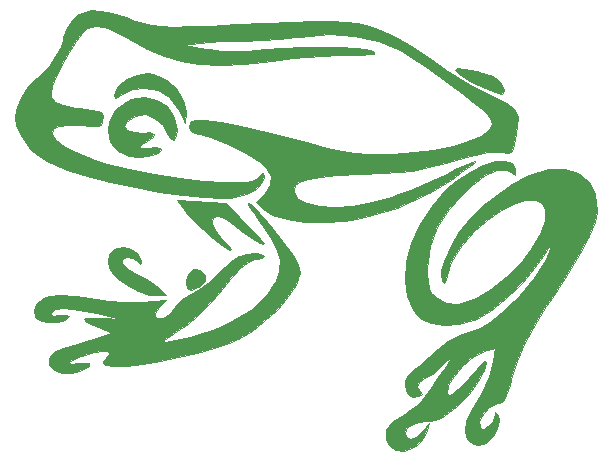
<source format=gbo>
G04 #@! TF.FileFunction,Legend,Bot*
%FSLAX46Y46*%
G04 Gerber Fmt 4.6, Leading zero omitted, Abs format (unit mm)*
G04 Created by KiCad (PCBNEW 4.0.6) date 08/12/17 18:43:04*
%MOMM*%
%LPD*%
G01*
G04 APERTURE LIST*
%ADD10C,0.100000*%
%ADD11C,0.010000*%
%ADD12R,1.600000X2.000000*%
%ADD13O,1.600000X2.000000*%
%ADD14R,1.800000X1.800000*%
%ADD15C,1.800000*%
%ADD16C,1.720000*%
%ADD17C,3.400000*%
%ADD18C,1.700000*%
%ADD19O,1.400000X1.700000*%
G04 APERTURE END LIST*
D10*
D11*
G36*
X83725469Y-34395421D02*
X82709995Y-34714725D01*
X81596276Y-35265751D01*
X80458752Y-36026885D01*
X79624727Y-36731995D01*
X78370094Y-38122655D01*
X77375860Y-39663118D01*
X76656656Y-41278468D01*
X76227113Y-42893786D01*
X76101860Y-44434157D01*
X76295530Y-45824663D01*
X76822753Y-46990388D01*
X77482475Y-47701353D01*
X78327756Y-48094326D01*
X79454654Y-48252393D01*
X80692922Y-48172779D01*
X81872314Y-47852706D01*
X82051000Y-47775879D01*
X83333094Y-47024198D01*
X84697624Y-45945308D01*
X85999512Y-44666207D01*
X87004000Y-43440135D01*
X87764615Y-42390717D01*
X88252681Y-41739843D01*
X88490142Y-41472126D01*
X88498938Y-41572176D01*
X88301012Y-42024607D01*
X87929611Y-42791000D01*
X87048852Y-44276443D01*
X85868925Y-45691005D01*
X85315958Y-46244892D01*
X84209707Y-47265017D01*
X83294638Y-47981324D01*
X82435194Y-48478975D01*
X81495820Y-48843131D01*
X80908000Y-49014141D01*
X79713541Y-49558739D01*
X78869239Y-50247267D01*
X78103555Y-50979768D01*
X77271556Y-51692520D01*
X77027739Y-51882328D01*
X76385564Y-52462804D01*
X76112566Y-53019664D01*
X76082000Y-53350800D01*
X76249860Y-54032747D01*
X76714562Y-54322180D01*
X77281382Y-54234511D01*
X77571495Y-54063512D01*
X77390274Y-53862371D01*
X77344882Y-53833566D01*
X77141824Y-53483946D01*
X77308010Y-53051841D01*
X77759962Y-52685214D01*
X78054525Y-52575776D01*
X78571822Y-52288914D01*
X79103732Y-51775532D01*
X79128422Y-51744500D01*
X79564581Y-51274593D01*
X79908372Y-51049372D01*
X79936748Y-51046000D01*
X79949580Y-51213128D01*
X79681851Y-51636371D01*
X79473813Y-51894503D01*
X78897330Y-52644648D01*
X78287103Y-53548976D01*
X78063236Y-53915770D01*
X77321473Y-54893667D01*
X76323875Y-55617165D01*
X76084934Y-55743513D01*
X75044438Y-56417688D01*
X74506897Y-57129392D01*
X74473929Y-57875650D01*
X74684108Y-58319284D01*
X75270174Y-58805820D01*
X76041139Y-58900783D01*
X76856298Y-58602533D01*
X77190310Y-58348500D01*
X77687267Y-57749483D01*
X77979635Y-57142000D01*
X78140324Y-56507000D01*
X77597977Y-57205500D01*
X77064084Y-57706444D01*
X76553900Y-57896913D01*
X76188566Y-57760969D01*
X76082000Y-57404936D01*
X76312437Y-56873864D01*
X76926577Y-56496453D01*
X77808665Y-56333598D01*
X78114000Y-56335972D01*
X78651914Y-56301991D01*
X79175579Y-56093582D01*
X79816434Y-55640823D01*
X80473586Y-55080686D01*
X81504185Y-54046851D01*
X82303551Y-53000509D01*
X82802825Y-52044449D01*
X82940000Y-51399009D01*
X82821086Y-51299995D01*
X82484502Y-51620560D01*
X82215810Y-51969497D01*
X81561822Y-52766808D01*
X80823468Y-53523280D01*
X80628310Y-53696124D01*
X80086353Y-54118263D01*
X79806101Y-54216573D01*
X79686851Y-54023210D01*
X79681697Y-53998392D01*
X79779764Y-53340812D01*
X80224212Y-52555469D01*
X80912629Y-51752617D01*
X81742609Y-51042510D01*
X82611741Y-50535403D01*
X83031673Y-50391773D01*
X83758346Y-50214786D01*
X83572439Y-51328893D01*
X83209581Y-52603210D01*
X82548067Y-54056295D01*
X81684622Y-55491000D01*
X81257537Y-56385161D01*
X81163267Y-57230039D01*
X81378363Y-57916369D01*
X81879374Y-58334887D01*
X82311525Y-58412000D01*
X82950952Y-58203421D01*
X83524403Y-57679910D01*
X83932717Y-56994802D01*
X84076735Y-56301433D01*
X83954092Y-55872000D01*
X83757622Y-55626619D01*
X83706813Y-55837133D01*
X83705890Y-55896133D01*
X83526547Y-56358466D01*
X83178494Y-56775033D01*
X82769064Y-57077196D01*
X82523252Y-57014090D01*
X82434217Y-56891586D01*
X82379477Y-56374285D01*
X82675025Y-55773130D01*
X83213242Y-55224237D01*
X83886510Y-54863720D01*
X84074587Y-54816864D01*
X84380573Y-54639526D01*
X84661310Y-54172067D01*
X84961749Y-53327865D01*
X85109685Y-52822141D01*
X85595986Y-51317068D01*
X86209894Y-49871269D01*
X87015834Y-48355387D01*
X88078232Y-46640066D01*
X88524357Y-45966000D01*
X89901057Y-43857073D01*
X90961138Y-42104366D01*
X91719546Y-40679221D01*
X92191229Y-39552984D01*
X92391132Y-38696997D01*
X92400242Y-38535048D01*
X92217662Y-37179048D01*
X91662839Y-36122147D01*
X90793009Y-35392130D01*
X89665409Y-35016784D01*
X88337274Y-35023892D01*
X86865842Y-35441241D01*
X86431537Y-35637560D01*
X85181057Y-36339842D01*
X83872289Y-37224672D01*
X82654578Y-38179332D01*
X81677270Y-39091102D01*
X81333633Y-39485212D01*
X80637087Y-40480888D01*
X80001865Y-41582288D01*
X79496659Y-42649930D01*
X79190158Y-43544334D01*
X79130000Y-43959792D01*
X79203201Y-44540816D01*
X79376315Y-44663964D01*
X79579610Y-44350197D01*
X79719772Y-43782510D01*
X79963757Y-43077314D01*
X80449543Y-42188787D01*
X80953456Y-41462080D01*
X81966774Y-40311163D01*
X83071902Y-39328640D01*
X84203840Y-38542263D01*
X85297592Y-37979783D01*
X86288159Y-37668950D01*
X87110544Y-37637515D01*
X87699748Y-37913230D01*
X87980010Y-38462090D01*
X87939307Y-39435548D01*
X87522268Y-40577029D01*
X86794950Y-41804853D01*
X85823414Y-43037345D01*
X84673717Y-44192825D01*
X83411919Y-45189616D01*
X82104078Y-45946041D01*
X81829481Y-46066824D01*
X80600762Y-46423869D01*
X79590391Y-46362546D01*
X78721275Y-45877744D01*
X78699664Y-45859270D01*
X78330669Y-45502830D01*
X78120135Y-45131629D01*
X78027367Y-44597843D01*
X78011670Y-43753649D01*
X78016528Y-43377868D01*
X78223934Y-41592306D01*
X78816425Y-39966772D01*
X79839619Y-38395135D01*
X80479391Y-37648050D01*
X81748313Y-36402064D01*
X82898104Y-35549645D01*
X83897755Y-35105824D01*
X84716261Y-35085629D01*
X85196708Y-35361500D01*
X85423268Y-35506198D01*
X85460647Y-35242825D01*
X85438008Y-35044000D01*
X85163916Y-34538443D01*
X84568256Y-34329456D01*
X83725469Y-34395421D01*
X83725469Y-34395421D01*
G37*
X83725469Y-34395421D02*
X82709995Y-34714725D01*
X81596276Y-35265751D01*
X80458752Y-36026885D01*
X79624727Y-36731995D01*
X78370094Y-38122655D01*
X77375860Y-39663118D01*
X76656656Y-41278468D01*
X76227113Y-42893786D01*
X76101860Y-44434157D01*
X76295530Y-45824663D01*
X76822753Y-46990388D01*
X77482475Y-47701353D01*
X78327756Y-48094326D01*
X79454654Y-48252393D01*
X80692922Y-48172779D01*
X81872314Y-47852706D01*
X82051000Y-47775879D01*
X83333094Y-47024198D01*
X84697624Y-45945308D01*
X85999512Y-44666207D01*
X87004000Y-43440135D01*
X87764615Y-42390717D01*
X88252681Y-41739843D01*
X88490142Y-41472126D01*
X88498938Y-41572176D01*
X88301012Y-42024607D01*
X87929611Y-42791000D01*
X87048852Y-44276443D01*
X85868925Y-45691005D01*
X85315958Y-46244892D01*
X84209707Y-47265017D01*
X83294638Y-47981324D01*
X82435194Y-48478975D01*
X81495820Y-48843131D01*
X80908000Y-49014141D01*
X79713541Y-49558739D01*
X78869239Y-50247267D01*
X78103555Y-50979768D01*
X77271556Y-51692520D01*
X77027739Y-51882328D01*
X76385564Y-52462804D01*
X76112566Y-53019664D01*
X76082000Y-53350800D01*
X76249860Y-54032747D01*
X76714562Y-54322180D01*
X77281382Y-54234511D01*
X77571495Y-54063512D01*
X77390274Y-53862371D01*
X77344882Y-53833566D01*
X77141824Y-53483946D01*
X77308010Y-53051841D01*
X77759962Y-52685214D01*
X78054525Y-52575776D01*
X78571822Y-52288914D01*
X79103732Y-51775532D01*
X79128422Y-51744500D01*
X79564581Y-51274593D01*
X79908372Y-51049372D01*
X79936748Y-51046000D01*
X79949580Y-51213128D01*
X79681851Y-51636371D01*
X79473813Y-51894503D01*
X78897330Y-52644648D01*
X78287103Y-53548976D01*
X78063236Y-53915770D01*
X77321473Y-54893667D01*
X76323875Y-55617165D01*
X76084934Y-55743513D01*
X75044438Y-56417688D01*
X74506897Y-57129392D01*
X74473929Y-57875650D01*
X74684108Y-58319284D01*
X75270174Y-58805820D01*
X76041139Y-58900783D01*
X76856298Y-58602533D01*
X77190310Y-58348500D01*
X77687267Y-57749483D01*
X77979635Y-57142000D01*
X78140324Y-56507000D01*
X77597977Y-57205500D01*
X77064084Y-57706444D01*
X76553900Y-57896913D01*
X76188566Y-57760969D01*
X76082000Y-57404936D01*
X76312437Y-56873864D01*
X76926577Y-56496453D01*
X77808665Y-56333598D01*
X78114000Y-56335972D01*
X78651914Y-56301991D01*
X79175579Y-56093582D01*
X79816434Y-55640823D01*
X80473586Y-55080686D01*
X81504185Y-54046851D01*
X82303551Y-53000509D01*
X82802825Y-52044449D01*
X82940000Y-51399009D01*
X82821086Y-51299995D01*
X82484502Y-51620560D01*
X82215810Y-51969497D01*
X81561822Y-52766808D01*
X80823468Y-53523280D01*
X80628310Y-53696124D01*
X80086353Y-54118263D01*
X79806101Y-54216573D01*
X79686851Y-54023210D01*
X79681697Y-53998392D01*
X79779764Y-53340812D01*
X80224212Y-52555469D01*
X80912629Y-51752617D01*
X81742609Y-51042510D01*
X82611741Y-50535403D01*
X83031673Y-50391773D01*
X83758346Y-50214786D01*
X83572439Y-51328893D01*
X83209581Y-52603210D01*
X82548067Y-54056295D01*
X81684622Y-55491000D01*
X81257537Y-56385161D01*
X81163267Y-57230039D01*
X81378363Y-57916369D01*
X81879374Y-58334887D01*
X82311525Y-58412000D01*
X82950952Y-58203421D01*
X83524403Y-57679910D01*
X83932717Y-56994802D01*
X84076735Y-56301433D01*
X83954092Y-55872000D01*
X83757622Y-55626619D01*
X83706813Y-55837133D01*
X83705890Y-55896133D01*
X83526547Y-56358466D01*
X83178494Y-56775033D01*
X82769064Y-57077196D01*
X82523252Y-57014090D01*
X82434217Y-56891586D01*
X82379477Y-56374285D01*
X82675025Y-55773130D01*
X83213242Y-55224237D01*
X83886510Y-54863720D01*
X84074587Y-54816864D01*
X84380573Y-54639526D01*
X84661310Y-54172067D01*
X84961749Y-53327865D01*
X85109685Y-52822141D01*
X85595986Y-51317068D01*
X86209894Y-49871269D01*
X87015834Y-48355387D01*
X88078232Y-46640066D01*
X88524357Y-45966000D01*
X89901057Y-43857073D01*
X90961138Y-42104366D01*
X91719546Y-40679221D01*
X92191229Y-39552984D01*
X92391132Y-38696997D01*
X92400242Y-38535048D01*
X92217662Y-37179048D01*
X91662839Y-36122147D01*
X90793009Y-35392130D01*
X89665409Y-35016784D01*
X88337274Y-35023892D01*
X86865842Y-35441241D01*
X86431537Y-35637560D01*
X85181057Y-36339842D01*
X83872289Y-37224672D01*
X82654578Y-38179332D01*
X81677270Y-39091102D01*
X81333633Y-39485212D01*
X80637087Y-40480888D01*
X80001865Y-41582288D01*
X79496659Y-42649930D01*
X79190158Y-43544334D01*
X79130000Y-43959792D01*
X79203201Y-44540816D01*
X79376315Y-44663964D01*
X79579610Y-44350197D01*
X79719772Y-43782510D01*
X79963757Y-43077314D01*
X80449543Y-42188787D01*
X80953456Y-41462080D01*
X81966774Y-40311163D01*
X83071902Y-39328640D01*
X84203840Y-38542263D01*
X85297592Y-37979783D01*
X86288159Y-37668950D01*
X87110544Y-37637515D01*
X87699748Y-37913230D01*
X87980010Y-38462090D01*
X87939307Y-39435548D01*
X87522268Y-40577029D01*
X86794950Y-41804853D01*
X85823414Y-43037345D01*
X84673717Y-44192825D01*
X83411919Y-45189616D01*
X82104078Y-45946041D01*
X81829481Y-46066824D01*
X80600762Y-46423869D01*
X79590391Y-46362546D01*
X78721275Y-45877744D01*
X78699664Y-45859270D01*
X78330669Y-45502830D01*
X78120135Y-45131629D01*
X78027367Y-44597843D01*
X78011670Y-43753649D01*
X78016528Y-43377868D01*
X78223934Y-41592306D01*
X78816425Y-39966772D01*
X79839619Y-38395135D01*
X80479391Y-37648050D01*
X81748313Y-36402064D01*
X82898104Y-35549645D01*
X83897755Y-35105824D01*
X84716261Y-35085629D01*
X85196708Y-35361500D01*
X85423268Y-35506198D01*
X85460647Y-35242825D01*
X85438008Y-35044000D01*
X85163916Y-34538443D01*
X84568256Y-34329456D01*
X83725469Y-34395421D01*
G36*
X62935142Y-38210004D02*
X63378483Y-38872003D01*
X63598210Y-39171500D01*
X64579204Y-40582363D01*
X65203381Y-41740720D01*
X65494665Y-42730366D01*
X65476982Y-43635094D01*
X65174259Y-44538700D01*
X65147012Y-44595829D01*
X64316131Y-45815868D01*
X63038971Y-46943914D01*
X61289959Y-48000982D01*
X60576971Y-48350893D01*
X59840069Y-48652385D01*
X58950847Y-48953435D01*
X58006325Y-49230496D01*
X57103523Y-49460022D01*
X56339458Y-49618467D01*
X55811151Y-49682284D01*
X55615621Y-49627927D01*
X55686850Y-49537718D01*
X55987104Y-49324744D01*
X56583688Y-48917352D01*
X57349737Y-48402142D01*
X57380270Y-48381744D01*
X58387688Y-47585692D01*
X59457867Y-46539765D01*
X60269884Y-45596376D01*
X61301568Y-44330792D01*
X62124737Y-43454880D01*
X62791589Y-42922312D01*
X63354321Y-42686764D01*
X63572500Y-42665261D01*
X64018597Y-42568587D01*
X64144000Y-42410000D01*
X63927707Y-42225466D01*
X63398249Y-42163792D01*
X62734759Y-42222512D01*
X62116369Y-42399156D01*
X62031802Y-42439103D01*
X61568193Y-42758013D01*
X60897952Y-43315290D01*
X60207000Y-43951651D01*
X59403049Y-44652362D01*
X58577861Y-45249217D01*
X57990573Y-45574419D01*
X57210841Y-46060860D01*
X56666693Y-46697841D01*
X56659858Y-46710871D01*
X56192169Y-47314136D01*
X55624789Y-47651398D01*
X55106681Y-47649862D01*
X54953256Y-47544855D01*
X54927590Y-47192617D01*
X55296324Y-46728165D01*
X55889000Y-46161083D01*
X53882112Y-46281858D01*
X52460216Y-46294170D01*
X50926729Y-46194150D01*
X49945112Y-46062313D01*
X48242782Y-45809751D01*
X46939694Y-45730594D01*
X45958311Y-45822902D01*
X45513270Y-45951449D01*
X44938076Y-46366103D01*
X44672192Y-46954675D01*
X44785682Y-47539910D01*
X44850116Y-47629188D01*
X45289040Y-47879358D01*
X45954501Y-47987695D01*
X46677052Y-47963939D01*
X47287243Y-47817830D01*
X47615627Y-47559108D01*
X47634000Y-47469174D01*
X47418732Y-47361832D01*
X46894786Y-47397102D01*
X46837983Y-47407903D01*
X46294455Y-47469986D01*
X46135137Y-47331528D01*
X46159044Y-47211053D01*
X46505980Y-46897339D01*
X47276062Y-46803851D01*
X48481271Y-46930638D01*
X49920000Y-47226516D01*
X52079000Y-47736882D01*
X50491500Y-47660733D01*
X49669799Y-47646754D01*
X49096181Y-47685591D01*
X48904000Y-47759577D01*
X49117537Y-47947952D01*
X49664412Y-48240024D01*
X50110500Y-48438999D01*
X51317000Y-48943427D01*
X49412000Y-49507321D01*
X48076196Y-49912026D01*
X47149820Y-50223374D01*
X46551557Y-50479297D01*
X46200095Y-50717724D01*
X46014120Y-50976588D01*
X45960319Y-51117463D01*
X45998289Y-51658909D01*
X46416564Y-52056565D01*
X47099060Y-52274616D01*
X47929689Y-52277253D01*
X48792368Y-52028661D01*
X48840500Y-52005994D01*
X49328342Y-51693620D01*
X49339572Y-51489720D01*
X48900462Y-51430836D01*
X48459500Y-51476049D01*
X47870097Y-51514520D01*
X47703578Y-51411538D01*
X47909697Y-51210609D01*
X48438208Y-50955242D01*
X49238864Y-50688943D01*
X49427096Y-50638235D01*
X50413113Y-50437782D01*
X50952669Y-50462380D01*
X51041953Y-50710925D01*
X50814581Y-51039833D01*
X50544719Y-51393186D01*
X50639348Y-51571814D01*
X50810507Y-51646431D01*
X51464219Y-51738225D01*
X52502636Y-51698288D01*
X53825556Y-51546305D01*
X55332777Y-51301967D01*
X56924095Y-50984958D01*
X58499309Y-50614968D01*
X59958215Y-50211683D01*
X61200610Y-49794792D01*
X62007596Y-49446462D01*
X63157947Y-48746592D01*
X64301349Y-47849809D01*
X65356430Y-46843613D01*
X66241815Y-45815507D01*
X66876132Y-44852991D01*
X67178005Y-44043567D01*
X67192001Y-43871658D01*
X67047908Y-43199712D01*
X66598478Y-42318301D01*
X65817978Y-41185088D01*
X64721279Y-39806500D01*
X63929422Y-38889025D01*
X63325155Y-38253832D01*
X62938203Y-37917726D01*
X62798290Y-37897514D01*
X62935142Y-38210004D01*
X62935142Y-38210004D01*
G37*
X62935142Y-38210004D02*
X63378483Y-38872003D01*
X63598210Y-39171500D01*
X64579204Y-40582363D01*
X65203381Y-41740720D01*
X65494665Y-42730366D01*
X65476982Y-43635094D01*
X65174259Y-44538700D01*
X65147012Y-44595829D01*
X64316131Y-45815868D01*
X63038971Y-46943914D01*
X61289959Y-48000982D01*
X60576971Y-48350893D01*
X59840069Y-48652385D01*
X58950847Y-48953435D01*
X58006325Y-49230496D01*
X57103523Y-49460022D01*
X56339458Y-49618467D01*
X55811151Y-49682284D01*
X55615621Y-49627927D01*
X55686850Y-49537718D01*
X55987104Y-49324744D01*
X56583688Y-48917352D01*
X57349737Y-48402142D01*
X57380270Y-48381744D01*
X58387688Y-47585692D01*
X59457867Y-46539765D01*
X60269884Y-45596376D01*
X61301568Y-44330792D01*
X62124737Y-43454880D01*
X62791589Y-42922312D01*
X63354321Y-42686764D01*
X63572500Y-42665261D01*
X64018597Y-42568587D01*
X64144000Y-42410000D01*
X63927707Y-42225466D01*
X63398249Y-42163792D01*
X62734759Y-42222512D01*
X62116369Y-42399156D01*
X62031802Y-42439103D01*
X61568193Y-42758013D01*
X60897952Y-43315290D01*
X60207000Y-43951651D01*
X59403049Y-44652362D01*
X58577861Y-45249217D01*
X57990573Y-45574419D01*
X57210841Y-46060860D01*
X56666693Y-46697841D01*
X56659858Y-46710871D01*
X56192169Y-47314136D01*
X55624789Y-47651398D01*
X55106681Y-47649862D01*
X54953256Y-47544855D01*
X54927590Y-47192617D01*
X55296324Y-46728165D01*
X55889000Y-46161083D01*
X53882112Y-46281858D01*
X52460216Y-46294170D01*
X50926729Y-46194150D01*
X49945112Y-46062313D01*
X48242782Y-45809751D01*
X46939694Y-45730594D01*
X45958311Y-45822902D01*
X45513270Y-45951449D01*
X44938076Y-46366103D01*
X44672192Y-46954675D01*
X44785682Y-47539910D01*
X44850116Y-47629188D01*
X45289040Y-47879358D01*
X45954501Y-47987695D01*
X46677052Y-47963939D01*
X47287243Y-47817830D01*
X47615627Y-47559108D01*
X47634000Y-47469174D01*
X47418732Y-47361832D01*
X46894786Y-47397102D01*
X46837983Y-47407903D01*
X46294455Y-47469986D01*
X46135137Y-47331528D01*
X46159044Y-47211053D01*
X46505980Y-46897339D01*
X47276062Y-46803851D01*
X48481271Y-46930638D01*
X49920000Y-47226516D01*
X52079000Y-47736882D01*
X50491500Y-47660733D01*
X49669799Y-47646754D01*
X49096181Y-47685591D01*
X48904000Y-47759577D01*
X49117537Y-47947952D01*
X49664412Y-48240024D01*
X50110500Y-48438999D01*
X51317000Y-48943427D01*
X49412000Y-49507321D01*
X48076196Y-49912026D01*
X47149820Y-50223374D01*
X46551557Y-50479297D01*
X46200095Y-50717724D01*
X46014120Y-50976588D01*
X45960319Y-51117463D01*
X45998289Y-51658909D01*
X46416564Y-52056565D01*
X47099060Y-52274616D01*
X47929689Y-52277253D01*
X48792368Y-52028661D01*
X48840500Y-52005994D01*
X49328342Y-51693620D01*
X49339572Y-51489720D01*
X48900462Y-51430836D01*
X48459500Y-51476049D01*
X47870097Y-51514520D01*
X47703578Y-51411538D01*
X47909697Y-51210609D01*
X48438208Y-50955242D01*
X49238864Y-50688943D01*
X49427096Y-50638235D01*
X50413113Y-50437782D01*
X50952669Y-50462380D01*
X51041953Y-50710925D01*
X50814581Y-51039833D01*
X50544719Y-51393186D01*
X50639348Y-51571814D01*
X50810507Y-51646431D01*
X51464219Y-51738225D01*
X52502636Y-51698288D01*
X53825556Y-51546305D01*
X55332777Y-51301967D01*
X56924095Y-50984958D01*
X58499309Y-50614968D01*
X59958215Y-50211683D01*
X61200610Y-49794792D01*
X62007596Y-49446462D01*
X63157947Y-48746592D01*
X64301349Y-47849809D01*
X65356430Y-46843613D01*
X66241815Y-45815507D01*
X66876132Y-44852991D01*
X67178005Y-44043567D01*
X67192001Y-43871658D01*
X67047908Y-43199712D01*
X66598478Y-42318301D01*
X65817978Y-41185088D01*
X64721279Y-39806500D01*
X63929422Y-38889025D01*
X63325155Y-38253832D01*
X62938203Y-37917726D01*
X62798290Y-37897514D01*
X62935142Y-38210004D01*
G36*
X51448305Y-41823328D02*
X51021528Y-42353122D01*
X50936000Y-42932232D01*
X51158315Y-43550313D01*
X51741444Y-44223950D01*
X52559663Y-44862598D01*
X53487248Y-45375714D01*
X54398476Y-45672754D01*
X54795834Y-45712000D01*
X55840734Y-45712000D01*
X55356867Y-45173767D01*
X54862990Y-44769684D01*
X54095983Y-44291354D01*
X53476000Y-43967267D01*
X52621878Y-43476807D01*
X52162410Y-43032312D01*
X52123833Y-42677751D01*
X52532386Y-42457095D01*
X52570212Y-42449358D01*
X53100615Y-42559082D01*
X53395712Y-42811926D01*
X53648933Y-43108247D01*
X53726722Y-42987155D01*
X53730000Y-42857689D01*
X53503255Y-42249751D01*
X52930081Y-41803597D01*
X52238658Y-41648000D01*
X51448305Y-41823328D01*
X51448305Y-41823328D01*
G37*
X51448305Y-41823328D02*
X51021528Y-42353122D01*
X50936000Y-42932232D01*
X51158315Y-43550313D01*
X51741444Y-44223950D01*
X52559663Y-44862598D01*
X53487248Y-45375714D01*
X54398476Y-45672754D01*
X54795834Y-45712000D01*
X55840734Y-45712000D01*
X55356867Y-45173767D01*
X54862990Y-44769684D01*
X54095983Y-44291354D01*
X53476000Y-43967267D01*
X52621878Y-43476807D01*
X52162410Y-43032312D01*
X52123833Y-42677751D01*
X52532386Y-42457095D01*
X52570212Y-42449358D01*
X53100615Y-42559082D01*
X53395712Y-42811926D01*
X53648933Y-43108247D01*
X53726722Y-42987155D01*
X53730000Y-42857689D01*
X53503255Y-42249751D01*
X52930081Y-41803597D01*
X52238658Y-41648000D01*
X51448305Y-41823328D01*
G36*
X57794524Y-43810052D02*
X57552186Y-44400170D01*
X57540000Y-44585110D01*
X57633987Y-45148560D01*
X57953378Y-45293471D01*
X58554320Y-45040858D01*
X58632767Y-44994113D01*
X59159298Y-44510008D01*
X59189179Y-44021288D01*
X58767791Y-43594953D01*
X58244945Y-43505179D01*
X57794524Y-43810052D01*
X57794524Y-43810052D01*
G37*
X57794524Y-43810052D02*
X57552186Y-44400170D01*
X57540000Y-44585110D01*
X57633987Y-45148560D01*
X57953378Y-45293471D01*
X58554320Y-45040858D01*
X58632767Y-44994113D01*
X59159298Y-44510008D01*
X59189179Y-44021288D01*
X58767791Y-43594953D01*
X58244945Y-43505179D01*
X57794524Y-43810052D01*
G36*
X57306946Y-38375415D02*
X57774088Y-38931361D01*
X58451415Y-39618550D01*
X59235555Y-40346187D01*
X60023132Y-41023475D01*
X60710772Y-41559616D01*
X61195101Y-41863815D01*
X61320755Y-41900858D01*
X61412869Y-41778687D01*
X61109512Y-41455112D01*
X61066755Y-41420577D01*
X60496993Y-40842947D01*
X60019192Y-40179444D01*
X59746183Y-39637808D01*
X59754491Y-39322242D01*
X59955560Y-39105875D01*
X60233999Y-38985649D01*
X60615340Y-39090942D01*
X61207528Y-39465977D01*
X61667368Y-39807168D01*
X62514080Y-40424959D01*
X63269564Y-40928951D01*
X63838779Y-41260424D01*
X64126688Y-41360659D01*
X64144000Y-41337351D01*
X63980567Y-41133849D01*
X63542514Y-40650581D01*
X62908211Y-39973104D01*
X62539537Y-39585744D01*
X60935073Y-37908658D01*
X56804313Y-37669532D01*
X57306946Y-38375415D01*
X57306946Y-38375415D01*
G37*
X57306946Y-38375415D02*
X57774088Y-38931361D01*
X58451415Y-39618550D01*
X59235555Y-40346187D01*
X60023132Y-41023475D01*
X60710772Y-41559616D01*
X61195101Y-41863815D01*
X61320755Y-41900858D01*
X61412869Y-41778687D01*
X61109512Y-41455112D01*
X61066755Y-41420577D01*
X60496993Y-40842947D01*
X60019192Y-40179444D01*
X59746183Y-39637808D01*
X59754491Y-39322242D01*
X59955560Y-39105875D01*
X60233999Y-38985649D01*
X60615340Y-39090942D01*
X61207528Y-39465977D01*
X61667368Y-39807168D01*
X62514080Y-40424959D01*
X63269564Y-40928951D01*
X63838779Y-41260424D01*
X64126688Y-41360659D01*
X64144000Y-41337351D01*
X63980567Y-41133849D01*
X63542514Y-40650581D01*
X62908211Y-39973104D01*
X62539537Y-39585744D01*
X60935073Y-37908658D01*
X56804313Y-37669532D01*
X57306946Y-38375415D01*
G36*
X48547193Y-21871193D02*
X47995825Y-22324607D01*
X47491518Y-23053509D01*
X47172651Y-23833663D01*
X47126000Y-24174158D01*
X46969060Y-24681371D01*
X46568500Y-25403907D01*
X46029716Y-26187963D01*
X45458103Y-26879737D01*
X44972515Y-27316743D01*
X44303321Y-27946510D01*
X43685997Y-28842838D01*
X43234312Y-29808122D01*
X43062000Y-30635087D01*
X43197694Y-31275879D01*
X43545180Y-32096894D01*
X43828080Y-32596525D01*
X44414334Y-33382214D01*
X45107590Y-33965617D01*
X46095040Y-34501590D01*
X46177580Y-34540202D01*
X47528250Y-35074642D01*
X49224172Y-35602915D01*
X51157676Y-36104463D01*
X53221094Y-36558727D01*
X55306759Y-36945151D01*
X57307002Y-37243175D01*
X59114153Y-37432244D01*
X60620545Y-37491798D01*
X61410511Y-37448713D01*
X62631034Y-37185314D01*
X63532386Y-36737232D01*
X64044580Y-36148755D01*
X64135922Y-35724064D01*
X64110142Y-35339761D01*
X63975035Y-35384384D01*
X63743418Y-35679000D01*
X63517106Y-35910771D01*
X63191622Y-36057089D01*
X62661160Y-36134885D01*
X61819912Y-36161089D01*
X60766996Y-36155269D01*
X59053571Y-36057219D01*
X57033188Y-35819704D01*
X54877873Y-35472496D01*
X52759650Y-35045361D01*
X50850543Y-34568072D01*
X49881398Y-34271477D01*
X48419413Y-33705696D01*
X47314182Y-33128333D01*
X46580483Y-32574099D01*
X46233096Y-32077701D01*
X46286801Y-31673849D01*
X46756375Y-31397253D01*
X47656600Y-31282621D01*
X48626396Y-31324105D01*
X49543915Y-31400812D01*
X50075018Y-31396832D01*
X50338792Y-31281771D01*
X50454324Y-31025238D01*
X50491081Y-30848220D01*
X50533457Y-30512625D01*
X50446413Y-30286946D01*
X50140534Y-30130041D01*
X49526403Y-30000767D01*
X48514606Y-29857984D01*
X48269000Y-29825798D01*
X47173186Y-29629221D01*
X46503152Y-29355844D01*
X46177437Y-28956575D01*
X46110000Y-28524706D01*
X46242895Y-27985312D01*
X46594846Y-27161683D01*
X47095754Y-26177004D01*
X47675518Y-25154459D01*
X48264039Y-24217233D01*
X48791218Y-23488510D01*
X49186954Y-23091474D01*
X49209175Y-23078612D01*
X49865531Y-22906840D01*
X50697175Y-23036645D01*
X51771044Y-23486785D01*
X52876374Y-24106316D01*
X54300775Y-24893364D01*
X55687602Y-25487702D01*
X57116101Y-25898200D01*
X58665519Y-26133730D01*
X60415101Y-26203163D01*
X62444095Y-26115369D01*
X64831746Y-25879219D01*
X66638880Y-25646905D01*
X67733211Y-25534148D01*
X69110691Y-25445109D01*
X70546585Y-25392697D01*
X71210880Y-25384276D01*
X72406340Y-25371079D01*
X73151814Y-25334433D01*
X73505079Y-25266453D01*
X73523910Y-25159257D01*
X73416992Y-25083232D01*
X72847319Y-24911711D01*
X71867544Y-24784165D01*
X70573841Y-24702784D01*
X69062387Y-24669762D01*
X67429356Y-24687291D01*
X65770924Y-24757562D01*
X64264961Y-24874630D01*
X62729824Y-25007185D01*
X61542825Y-25058300D01*
X60550587Y-25027420D01*
X59599730Y-24913994D01*
X59258866Y-24856572D01*
X57413000Y-24527772D01*
X58683000Y-24359719D01*
X59509840Y-24281404D01*
X60652206Y-24213467D01*
X61917623Y-24166283D01*
X62493000Y-24154332D01*
X63910310Y-24104890D01*
X65448132Y-24006182D01*
X66834344Y-23876798D01*
X67190227Y-23833435D01*
X69658244Y-23628800D01*
X71819676Y-23733620D01*
X73791509Y-24176903D01*
X75690731Y-24987656D01*
X77634329Y-26194888D01*
X78114000Y-26542103D01*
X79733754Y-27746188D01*
X80989138Y-28691575D01*
X81926184Y-29418960D01*
X82590920Y-29969036D01*
X83029377Y-30382501D01*
X83287584Y-30700049D01*
X83411572Y-30962376D01*
X83447370Y-31210178D01*
X83448000Y-31257946D01*
X83205942Y-31746453D01*
X82527412Y-32223397D01*
X81483878Y-32669402D01*
X80146808Y-33065091D01*
X78587672Y-33391085D01*
X76877936Y-33628007D01*
X75089069Y-33756479D01*
X74168293Y-33774000D01*
X72949739Y-33751896D01*
X71874731Y-33669632D01*
X70783869Y-33503277D01*
X69517753Y-33228900D01*
X68031137Y-32852621D01*
X65798185Y-32270910D01*
X63991704Y-31813207D01*
X62549211Y-31465734D01*
X61408219Y-31214715D01*
X60506243Y-31046370D01*
X59780799Y-30946924D01*
X59191000Y-30903428D01*
X58426243Y-30899084D01*
X58031418Y-30997613D01*
X57871343Y-31247853D01*
X57844364Y-31389936D01*
X57880516Y-31760364D01*
X58208339Y-31970125D01*
X58733364Y-32081580D01*
X59591159Y-32312364D01*
X60664199Y-32732527D01*
X61814389Y-33272229D01*
X62903634Y-33861629D01*
X63793842Y-34430888D01*
X64346917Y-34910165D01*
X64361097Y-34927775D01*
X64742962Y-35662848D01*
X64671371Y-36388959D01*
X64135169Y-37194362D01*
X64064637Y-37272774D01*
X63535660Y-37850548D01*
X64063736Y-38378624D01*
X64884937Y-38901989D01*
X66093337Y-39278182D01*
X67587014Y-39497233D01*
X69264046Y-39549169D01*
X71022510Y-39424020D01*
X72399000Y-39194084D01*
X75415762Y-38313879D01*
X78273322Y-36986081D01*
X79983068Y-35935187D01*
X80878523Y-35317841D01*
X81577868Y-34806236D01*
X81998135Y-34462965D01*
X82079930Y-34353263D01*
X81825170Y-34416891D01*
X81218879Y-34670150D01*
X80360758Y-35069316D01*
X79650771Y-35418586D01*
X78312337Y-36046996D01*
X76795648Y-36692230D01*
X75370518Y-37241105D01*
X74988788Y-37374235D01*
X73319941Y-37843226D01*
X71695796Y-38129019D01*
X70186512Y-38236437D01*
X68862246Y-38170305D01*
X67793155Y-37935448D01*
X67049396Y-37536688D01*
X66701126Y-36978850D01*
X66684000Y-36803183D01*
X66799168Y-36414804D01*
X67176956Y-36108716D01*
X67865794Y-35873696D01*
X68914110Y-35698522D01*
X70370333Y-35571972D01*
X72282892Y-35482825D01*
X72399000Y-35478893D01*
X74147795Y-35405872D01*
X75526882Y-35307341D01*
X76674484Y-35166114D01*
X77728826Y-34965004D01*
X78828131Y-34686825D01*
X78876000Y-34673573D01*
X80451095Y-34239211D01*
X81621833Y-33927220D01*
X82472412Y-33720766D01*
X83087029Y-33603011D01*
X83549883Y-33557121D01*
X83945171Y-33566259D01*
X84248918Y-33599222D01*
X84867474Y-33642724D01*
X85160174Y-33482914D01*
X85300568Y-33009532D01*
X85316364Y-32921033D01*
X85475050Y-32057677D01*
X85624117Y-31295173D01*
X85665237Y-30603099D01*
X85419925Y-30055080D01*
X84818418Y-29565410D01*
X83797575Y-29051318D01*
X81754677Y-28005483D01*
X79601535Y-26648584D01*
X78346538Y-25742099D01*
X76822166Y-24706140D01*
X75183807Y-23798226D01*
X73610993Y-23111910D01*
X72801869Y-22852862D01*
X72051142Y-22699997D01*
X71104155Y-22595996D01*
X69908848Y-22540563D01*
X68413161Y-22533401D01*
X66565035Y-22574214D01*
X64312409Y-22662706D01*
X61761846Y-22790050D01*
X59634402Y-22897625D01*
X57937290Y-22963121D01*
X56594194Y-22981510D01*
X55528798Y-22947769D01*
X54664787Y-22856872D01*
X53925847Y-22703792D01*
X53235660Y-22483506D01*
X52517913Y-22190986D01*
X52491895Y-22179614D01*
X51005563Y-21704608D01*
X49637487Y-21607785D01*
X48547193Y-21871193D01*
X48547193Y-21871193D01*
G37*
X48547193Y-21871193D02*
X47995825Y-22324607D01*
X47491518Y-23053509D01*
X47172651Y-23833663D01*
X47126000Y-24174158D01*
X46969060Y-24681371D01*
X46568500Y-25403907D01*
X46029716Y-26187963D01*
X45458103Y-26879737D01*
X44972515Y-27316743D01*
X44303321Y-27946510D01*
X43685997Y-28842838D01*
X43234312Y-29808122D01*
X43062000Y-30635087D01*
X43197694Y-31275879D01*
X43545180Y-32096894D01*
X43828080Y-32596525D01*
X44414334Y-33382214D01*
X45107590Y-33965617D01*
X46095040Y-34501590D01*
X46177580Y-34540202D01*
X47528250Y-35074642D01*
X49224172Y-35602915D01*
X51157676Y-36104463D01*
X53221094Y-36558727D01*
X55306759Y-36945151D01*
X57307002Y-37243175D01*
X59114153Y-37432244D01*
X60620545Y-37491798D01*
X61410511Y-37448713D01*
X62631034Y-37185314D01*
X63532386Y-36737232D01*
X64044580Y-36148755D01*
X64135922Y-35724064D01*
X64110142Y-35339761D01*
X63975035Y-35384384D01*
X63743418Y-35679000D01*
X63517106Y-35910771D01*
X63191622Y-36057089D01*
X62661160Y-36134885D01*
X61819912Y-36161089D01*
X60766996Y-36155269D01*
X59053571Y-36057219D01*
X57033188Y-35819704D01*
X54877873Y-35472496D01*
X52759650Y-35045361D01*
X50850543Y-34568072D01*
X49881398Y-34271477D01*
X48419413Y-33705696D01*
X47314182Y-33128333D01*
X46580483Y-32574099D01*
X46233096Y-32077701D01*
X46286801Y-31673849D01*
X46756375Y-31397253D01*
X47656600Y-31282621D01*
X48626396Y-31324105D01*
X49543915Y-31400812D01*
X50075018Y-31396832D01*
X50338792Y-31281771D01*
X50454324Y-31025238D01*
X50491081Y-30848220D01*
X50533457Y-30512625D01*
X50446413Y-30286946D01*
X50140534Y-30130041D01*
X49526403Y-30000767D01*
X48514606Y-29857984D01*
X48269000Y-29825798D01*
X47173186Y-29629221D01*
X46503152Y-29355844D01*
X46177437Y-28956575D01*
X46110000Y-28524706D01*
X46242895Y-27985312D01*
X46594846Y-27161683D01*
X47095754Y-26177004D01*
X47675518Y-25154459D01*
X48264039Y-24217233D01*
X48791218Y-23488510D01*
X49186954Y-23091474D01*
X49209175Y-23078612D01*
X49865531Y-22906840D01*
X50697175Y-23036645D01*
X51771044Y-23486785D01*
X52876374Y-24106316D01*
X54300775Y-24893364D01*
X55687602Y-25487702D01*
X57116101Y-25898200D01*
X58665519Y-26133730D01*
X60415101Y-26203163D01*
X62444095Y-26115369D01*
X64831746Y-25879219D01*
X66638880Y-25646905D01*
X67733211Y-25534148D01*
X69110691Y-25445109D01*
X70546585Y-25392697D01*
X71210880Y-25384276D01*
X72406340Y-25371079D01*
X73151814Y-25334433D01*
X73505079Y-25266453D01*
X73523910Y-25159257D01*
X73416992Y-25083232D01*
X72847319Y-24911711D01*
X71867544Y-24784165D01*
X70573841Y-24702784D01*
X69062387Y-24669762D01*
X67429356Y-24687291D01*
X65770924Y-24757562D01*
X64264961Y-24874630D01*
X62729824Y-25007185D01*
X61542825Y-25058300D01*
X60550587Y-25027420D01*
X59599730Y-24913994D01*
X59258866Y-24856572D01*
X57413000Y-24527772D01*
X58683000Y-24359719D01*
X59509840Y-24281404D01*
X60652206Y-24213467D01*
X61917623Y-24166283D01*
X62493000Y-24154332D01*
X63910310Y-24104890D01*
X65448132Y-24006182D01*
X66834344Y-23876798D01*
X67190227Y-23833435D01*
X69658244Y-23628800D01*
X71819676Y-23733620D01*
X73791509Y-24176903D01*
X75690731Y-24987656D01*
X77634329Y-26194888D01*
X78114000Y-26542103D01*
X79733754Y-27746188D01*
X80989138Y-28691575D01*
X81926184Y-29418960D01*
X82590920Y-29969036D01*
X83029377Y-30382501D01*
X83287584Y-30700049D01*
X83411572Y-30962376D01*
X83447370Y-31210178D01*
X83448000Y-31257946D01*
X83205942Y-31746453D01*
X82527412Y-32223397D01*
X81483878Y-32669402D01*
X80146808Y-33065091D01*
X78587672Y-33391085D01*
X76877936Y-33628007D01*
X75089069Y-33756479D01*
X74168293Y-33774000D01*
X72949739Y-33751896D01*
X71874731Y-33669632D01*
X70783869Y-33503277D01*
X69517753Y-33228900D01*
X68031137Y-32852621D01*
X65798185Y-32270910D01*
X63991704Y-31813207D01*
X62549211Y-31465734D01*
X61408219Y-31214715D01*
X60506243Y-31046370D01*
X59780799Y-30946924D01*
X59191000Y-30903428D01*
X58426243Y-30899084D01*
X58031418Y-30997613D01*
X57871343Y-31247853D01*
X57844364Y-31389936D01*
X57880516Y-31760364D01*
X58208339Y-31970125D01*
X58733364Y-32081580D01*
X59591159Y-32312364D01*
X60664199Y-32732527D01*
X61814389Y-33272229D01*
X62903634Y-33861629D01*
X63793842Y-34430888D01*
X64346917Y-34910165D01*
X64361097Y-34927775D01*
X64742962Y-35662848D01*
X64671371Y-36388959D01*
X64135169Y-37194362D01*
X64064637Y-37272774D01*
X63535660Y-37850548D01*
X64063736Y-38378624D01*
X64884937Y-38901989D01*
X66093337Y-39278182D01*
X67587014Y-39497233D01*
X69264046Y-39549169D01*
X71022510Y-39424020D01*
X72399000Y-39194084D01*
X75415762Y-38313879D01*
X78273322Y-36986081D01*
X79983068Y-35935187D01*
X80878523Y-35317841D01*
X81577868Y-34806236D01*
X81998135Y-34462965D01*
X82079930Y-34353263D01*
X81825170Y-34416891D01*
X81218879Y-34670150D01*
X80360758Y-35069316D01*
X79650771Y-35418586D01*
X78312337Y-36046996D01*
X76795648Y-36692230D01*
X75370518Y-37241105D01*
X74988788Y-37374235D01*
X73319941Y-37843226D01*
X71695796Y-38129019D01*
X70186512Y-38236437D01*
X68862246Y-38170305D01*
X67793155Y-37935448D01*
X67049396Y-37536688D01*
X66701126Y-36978850D01*
X66684000Y-36803183D01*
X66799168Y-36414804D01*
X67176956Y-36108716D01*
X67865794Y-35873696D01*
X68914110Y-35698522D01*
X70370333Y-35571972D01*
X72282892Y-35482825D01*
X72399000Y-35478893D01*
X74147795Y-35405872D01*
X75526882Y-35307341D01*
X76674484Y-35166114D01*
X77728826Y-34965004D01*
X78828131Y-34686825D01*
X78876000Y-34673573D01*
X80451095Y-34239211D01*
X81621833Y-33927220D01*
X82472412Y-33720766D01*
X83087029Y-33603011D01*
X83549883Y-33557121D01*
X83945171Y-33566259D01*
X84248918Y-33599222D01*
X84867474Y-33642724D01*
X85160174Y-33482914D01*
X85300568Y-33009532D01*
X85316364Y-32921033D01*
X85475050Y-32057677D01*
X85624117Y-31295173D01*
X85665237Y-30603099D01*
X85419925Y-30055080D01*
X84818418Y-29565410D01*
X83797575Y-29051318D01*
X81754677Y-28005483D01*
X79601535Y-26648584D01*
X78346538Y-25742099D01*
X76822166Y-24706140D01*
X75183807Y-23798226D01*
X73610993Y-23111910D01*
X72801869Y-22852862D01*
X72051142Y-22699997D01*
X71104155Y-22595996D01*
X69908848Y-22540563D01*
X68413161Y-22533401D01*
X66565035Y-22574214D01*
X64312409Y-22662706D01*
X61761846Y-22790050D01*
X59634402Y-22897625D01*
X57937290Y-22963121D01*
X56594194Y-22981510D01*
X55528798Y-22947769D01*
X54664787Y-22856872D01*
X53925847Y-22703792D01*
X53235660Y-22483506D01*
X52517913Y-22190986D01*
X52491895Y-22179614D01*
X51005563Y-21704608D01*
X49637487Y-21607785D01*
X48547193Y-21871193D01*
G36*
X52904310Y-29135723D02*
X52462806Y-29327549D01*
X51522754Y-30054294D01*
X51023476Y-31033143D01*
X50936000Y-31775937D01*
X51165150Y-32733941D01*
X51794176Y-33474137D01*
X52735447Y-33921544D01*
X53558989Y-34020276D01*
X54341901Y-33954839D01*
X54962035Y-33802056D01*
X55063500Y-33753654D01*
X55463376Y-33438055D01*
X55381574Y-33249667D01*
X54830861Y-33199126D01*
X54428500Y-33224643D01*
X53754149Y-33244842D01*
X53569300Y-33131340D01*
X53871843Y-32876227D01*
X54276944Y-32656664D01*
X54817555Y-32299028D01*
X54870441Y-32045925D01*
X54451479Y-31935191D01*
X53981532Y-31952702D01*
X53126490Y-31935444D01*
X52560355Y-31729866D01*
X52360834Y-31383801D01*
X52509930Y-31046839D01*
X53231681Y-30514129D01*
X54066435Y-30403297D01*
X54894690Y-30684552D01*
X55596941Y-31328102D01*
X55916697Y-31896109D01*
X56261423Y-32487015D01*
X56554453Y-32582338D01*
X56740540Y-32194487D01*
X56778000Y-31702699D01*
X56558769Y-30594413D01*
X55965358Y-29730497D01*
X55094194Y-29164027D01*
X54041702Y-28948078D01*
X52904310Y-29135723D01*
X52904310Y-29135723D01*
G37*
X52904310Y-29135723D02*
X52462806Y-29327549D01*
X51522754Y-30054294D01*
X51023476Y-31033143D01*
X50936000Y-31775937D01*
X51165150Y-32733941D01*
X51794176Y-33474137D01*
X52735447Y-33921544D01*
X53558989Y-34020276D01*
X54341901Y-33954839D01*
X54962035Y-33802056D01*
X55063500Y-33753654D01*
X55463376Y-33438055D01*
X55381574Y-33249667D01*
X54830861Y-33199126D01*
X54428500Y-33224643D01*
X53754149Y-33244842D01*
X53569300Y-33131340D01*
X53871843Y-32876227D01*
X54276944Y-32656664D01*
X54817555Y-32299028D01*
X54870441Y-32045925D01*
X54451479Y-31935191D01*
X53981532Y-31952702D01*
X53126490Y-31935444D01*
X52560355Y-31729866D01*
X52360834Y-31383801D01*
X52509930Y-31046839D01*
X53231681Y-30514129D01*
X54066435Y-30403297D01*
X54894690Y-30684552D01*
X55596941Y-31328102D01*
X55916697Y-31896109D01*
X56261423Y-32487015D01*
X56554453Y-32582338D01*
X56740540Y-32194487D01*
X56778000Y-31702699D01*
X56558769Y-30594413D01*
X55965358Y-29730497D01*
X55094194Y-29164027D01*
X54041702Y-28948078D01*
X52904310Y-29135723D01*
G36*
X53450365Y-27055878D02*
X52609824Y-27407604D01*
X51943092Y-27869311D01*
X51718445Y-28147798D01*
X51465288Y-28758133D01*
X51535440Y-29002899D01*
X51912498Y-28858637D01*
X52113255Y-28712435D01*
X52966214Y-28297675D01*
X53984000Y-28186000D01*
X55181246Y-28370343D01*
X56136488Y-28954532D01*
X56921133Y-29985306D01*
X57026458Y-30177406D01*
X57517549Y-31107000D01*
X57528775Y-30247980D01*
X57309706Y-29166158D01*
X56701271Y-28181103D01*
X55819388Y-27410795D01*
X54779979Y-26973214D01*
X54254956Y-26916000D01*
X53450365Y-27055878D01*
X53450365Y-27055878D01*
G37*
X53450365Y-27055878D02*
X52609824Y-27407604D01*
X51943092Y-27869311D01*
X51718445Y-28147798D01*
X51465288Y-28758133D01*
X51535440Y-29002899D01*
X51912498Y-28858637D01*
X52113255Y-28712435D01*
X52966214Y-28297675D01*
X53984000Y-28186000D01*
X55181246Y-28370343D01*
X56136488Y-28954532D01*
X56921133Y-29985306D01*
X57026458Y-30177406D01*
X57517549Y-31107000D01*
X57528775Y-30247980D01*
X57309706Y-29166158D01*
X56701271Y-28181103D01*
X55819388Y-27410795D01*
X54779979Y-26973214D01*
X54254956Y-26916000D01*
X53450365Y-27055878D01*
G36*
X80353367Y-26676201D02*
X80674852Y-26998239D01*
X81463751Y-27479952D01*
X82263242Y-27892490D01*
X83293817Y-28378137D01*
X83955379Y-28625460D01*
X84319141Y-28649637D01*
X84456318Y-28465847D01*
X84464000Y-28361546D01*
X84234037Y-27718387D01*
X83535120Y-27198323D01*
X82353712Y-26791753D01*
X82198329Y-26754611D01*
X81114612Y-26545739D01*
X80499789Y-26522485D01*
X80353367Y-26676201D01*
X80353367Y-26676201D01*
G37*
X80353367Y-26676201D02*
X80674852Y-26998239D01*
X81463751Y-27479952D01*
X82263242Y-27892490D01*
X83293817Y-28378137D01*
X83955379Y-28625460D01*
X84319141Y-28649637D01*
X84456318Y-28465847D01*
X84464000Y-28361546D01*
X84234037Y-27718387D01*
X83535120Y-27198323D01*
X82353712Y-26791753D01*
X82198329Y-26754611D01*
X81114612Y-26545739D01*
X80499789Y-26522485D01*
X80353367Y-26676201D01*
%LPC*%
D12*
X36950000Y-24500000D03*
D13*
X34410000Y-24500000D03*
X31870000Y-24500000D03*
X29330000Y-24500000D03*
X26790000Y-24500000D03*
X24250000Y-24500000D03*
D14*
X115150000Y-41800000D03*
D15*
X108650000Y-41800000D03*
D16*
X88970000Y-28500000D03*
X86430000Y-28500000D03*
X86430000Y-26500000D03*
X88970000Y-26500000D03*
D17*
X93700000Y-23800000D03*
X81700000Y-23800000D03*
D18*
X97520000Y-26340000D03*
X97520000Y-21260000D03*
X102600000Y-26340000D03*
X102600000Y-21260000D03*
X107680000Y-21260000D03*
X107680000Y-26340000D03*
D12*
X22225000Y-54610000D03*
D13*
X22225000Y-57150000D03*
X24765000Y-54610000D03*
X24765000Y-57150000D03*
X27305000Y-54610000D03*
X27305000Y-57150000D03*
X29845000Y-54610000D03*
X29845000Y-57150000D03*
D12*
X38735000Y-54610000D03*
D13*
X38735000Y-57150000D03*
X41275000Y-54610000D03*
X41275000Y-57150000D03*
D12*
X50165000Y-54610000D03*
D13*
X50165000Y-57150000D03*
X52705000Y-54610000D03*
X52705000Y-57150000D03*
X55245000Y-54610000D03*
X55245000Y-57150000D03*
X57785000Y-54610000D03*
X57785000Y-57150000D03*
X60325000Y-54610000D03*
X60325000Y-57150000D03*
D12*
X88900000Y-54610000D03*
D13*
X88900000Y-57150000D03*
X91440000Y-54610000D03*
X91440000Y-57150000D03*
X93980000Y-54610000D03*
X93980000Y-57150000D03*
X96520000Y-54610000D03*
X96520000Y-57150000D03*
X99060000Y-54610000D03*
X99060000Y-57150000D03*
X101600000Y-54610000D03*
X101600000Y-57150000D03*
X104140000Y-54610000D03*
X104140000Y-57150000D03*
X106680000Y-54610000D03*
X106680000Y-57150000D03*
X109220000Y-54610000D03*
X109220000Y-57150000D03*
X111760000Y-54610000D03*
X111760000Y-57150000D03*
X114300000Y-54610000D03*
X114300000Y-57150000D03*
X116840000Y-54610000D03*
X116840000Y-57150000D03*
D19*
X98790000Y-33650000D03*
X101330000Y-33650000D03*
X103870000Y-33650000D03*
X106410000Y-33650000D03*
M02*

</source>
